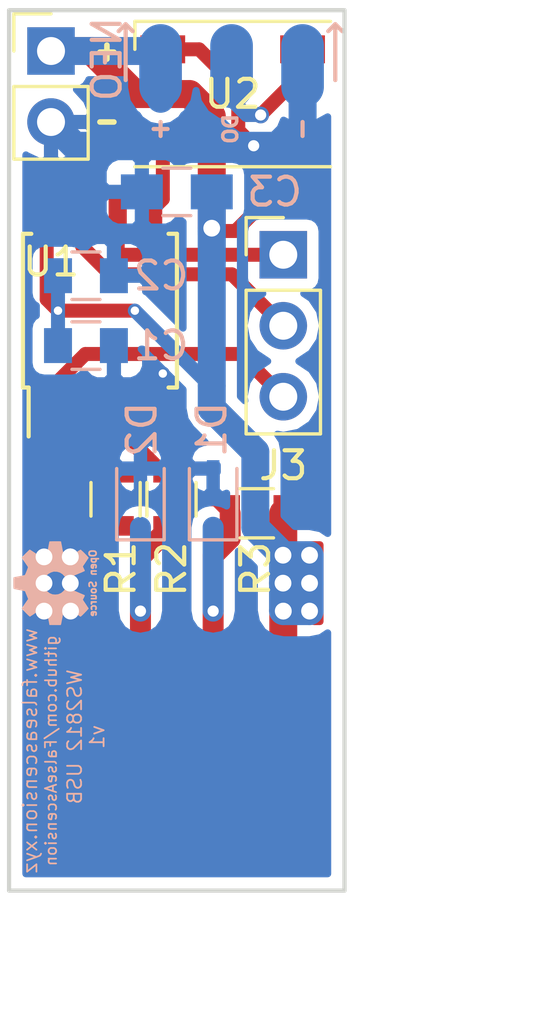
<source format=kicad_pcb>
(kicad_pcb (version 4) (host pcbnew 4.0.7)

  (general
    (links 29)
    (no_connects 0)
    (area 14.474999 12.525 37.85 52.700001)
    (thickness 1.6)
    (drawings 10)
    (tracks 126)
    (zones 0)
    (modules 15)
    (nets 12)
  )

  (page A4)
  (layers
    (0 F.Cu signal)
    (31 B.Cu signal)
    (32 B.Adhes user)
    (33 F.Adhes user)
    (34 B.Paste user)
    (35 F.Paste user)
    (36 B.SilkS user)
    (37 F.SilkS user)
    (38 B.Mask user)
    (39 F.Mask user)
    (40 Dwgs.User user)
    (41 Cmts.User user)
    (42 Eco1.User user)
    (43 Eco2.User user)
    (44 Edge.Cuts user)
    (45 Margin user)
    (46 B.CrtYd user)
    (47 F.CrtYd user)
    (48 B.Fab user)
    (49 F.Fab user hide)
  )

  (setup
    (last_trace_width 1)
    (user_trace_width 0.5)
    (user_trace_width 0.75)
    (user_trace_width 1)
    (trace_clearance 0.2)
    (zone_clearance 0.4)
    (zone_45_only no)
    (trace_min 0.2)
    (segment_width 0.2)
    (edge_width 0.15)
    (via_size 0.6)
    (via_drill 0.4)
    (via_min_size 0.4)
    (via_min_drill 0.3)
    (user_via 0.5 0.3)
    (user_via 0.8 0.6)
    (uvia_size 0.3)
    (uvia_drill 0.1)
    (uvias_allowed no)
    (uvia_min_size 0.2)
    (uvia_min_drill 0.1)
    (pcb_text_width 0.3)
    (pcb_text_size 1.5 1.5)
    (mod_edge_width 0.15)
    (mod_text_size 1 1)
    (mod_text_width 0.15)
    (pad_size 1.5 1.25)
    (pad_drill 0)
    (pad_to_mask_clearance 0.2)
    (aux_axis_origin 12 12)
    (visible_elements FFFFFF7F)
    (pcbplotparams
      (layerselection 0x010f0_80000001)
      (usegerberextensions true)
      (excludeedgelayer true)
      (linewidth 0.100000)
      (plotframeref false)
      (viasonmask false)
      (mode 1)
      (useauxorigin false)
      (hpglpennumber 1)
      (hpglpenspeed 20)
      (hpglpendiameter 15)
      (hpglpenoverlay 2)
      (psnegative false)
      (psa4output false)
      (plotreference true)
      (plotvalue true)
      (plotinvisibletext false)
      (padsonsilk false)
      (subtractmaskfromsilk false)
      (outputformat 1)
      (mirror false)
      (drillshape 0)
      (scaleselection 1)
      (outputdirectory gerbers))
  )

  (net 0 "")
  (net 1 +5V)
  (net 2 GND)
  (net 3 "Net-(D1-Pad1)")
  (net 4 "Net-(D2-Pad1)")
  (net 5 /NEO_O)
  (net 6 /PB1)
  (net 7 /PB4)
  (net 8 /PB5)
  (net 9 "Net-(R1-Pad1)")
  (net 10 "Net-(R2-Pad1)")
  (net 11 /NEO_I)

  (net_class Default "This is the default net class."
    (clearance 0.2)
    (trace_width 0.25)
    (via_dia 0.6)
    (via_drill 0.4)
    (uvia_dia 0.3)
    (uvia_drill 0.1)
    (add_net +5V)
    (add_net /NEO_I)
    (add_net /NEO_O)
    (add_net /PB1)
    (add_net /PB4)
    (add_net /PB5)
    (add_net GND)
    (add_net "Net-(D1-Pad1)")
    (add_net "Net-(D2-Pad1)")
    (add_net "Net-(R1-Pad1)")
    (add_net "Net-(R2-Pad1)")
  )

  (module Housings_SOIC:SOIJ-8_5.3x5.3mm_Pitch1.27mm (layer F.Cu) (tedit 58CC8F64) (tstamp 5A455F9D)
    (at 18.25 25.25 90)
    (descr "8-Lead Plastic Small Outline (SM) - Medium, 5.28 mm Body [SOIC] (see Microchip Packaging Specification 00000049BS.pdf)")
    (tags "SOIC 1.27")
    (path /5A454FA9)
    (attr smd)
    (fp_text reference U1 (at 1.75 -1.75 180) (layer F.SilkS)
      (effects (font (size 1 1) (thickness 0.15)))
    )
    (fp_text value ATTINY85-20PU (at 0 3.68 90) (layer F.Fab)
      (effects (font (size 1 1) (thickness 0.15)))
    )
    (fp_text user %R (at 0 0 90) (layer F.Fab)
      (effects (font (size 1 1) (thickness 0.15)))
    )
    (fp_line (start -1.65 -2.65) (end 2.65 -2.65) (layer F.Fab) (width 0.15))
    (fp_line (start 2.65 -2.65) (end 2.65 2.65) (layer F.Fab) (width 0.15))
    (fp_line (start 2.65 2.65) (end -2.65 2.65) (layer F.Fab) (width 0.15))
    (fp_line (start -2.65 2.65) (end -2.65 -1.65) (layer F.Fab) (width 0.15))
    (fp_line (start -2.65 -1.65) (end -1.65 -2.65) (layer F.Fab) (width 0.15))
    (fp_line (start -4.75 -2.95) (end -4.75 2.95) (layer F.CrtYd) (width 0.05))
    (fp_line (start 4.75 -2.95) (end 4.75 2.95) (layer F.CrtYd) (width 0.05))
    (fp_line (start -4.75 -2.95) (end 4.75 -2.95) (layer F.CrtYd) (width 0.05))
    (fp_line (start -4.75 2.95) (end 4.75 2.95) (layer F.CrtYd) (width 0.05))
    (fp_line (start -2.75 -2.755) (end -2.75 -2.55) (layer F.SilkS) (width 0.15))
    (fp_line (start 2.75 -2.755) (end 2.75 -2.455) (layer F.SilkS) (width 0.15))
    (fp_line (start 2.75 2.755) (end 2.75 2.455) (layer F.SilkS) (width 0.15))
    (fp_line (start -2.75 2.755) (end -2.75 2.455) (layer F.SilkS) (width 0.15))
    (fp_line (start -2.75 -2.755) (end 2.75 -2.755) (layer F.SilkS) (width 0.15))
    (fp_line (start -2.75 2.755) (end 2.75 2.755) (layer F.SilkS) (width 0.15))
    (fp_line (start -2.75 -2.55) (end -4.5 -2.55) (layer F.SilkS) (width 0.15))
    (pad 1 smd rect (at -3.65 -1.905 90) (size 1.7 0.65) (layers F.Cu F.Paste F.Mask)
      (net 8 /PB5))
    (pad 2 smd rect (at -3.65 -0.635 90) (size 1.7 0.65) (layers F.Cu F.Paste F.Mask)
      (net 9 "Net-(R1-Pad1)"))
    (pad 3 smd rect (at -3.65 0.635 90) (size 1.7 0.65) (layers F.Cu F.Paste F.Mask)
      (net 10 "Net-(R2-Pad1)"))
    (pad 4 smd rect (at -3.65 1.905 90) (size 1.7 0.65) (layers F.Cu F.Paste F.Mask)
      (net 2 GND))
    (pad 5 smd rect (at 3.65 1.905 90) (size 1.7 0.65) (layers F.Cu F.Paste F.Mask)
      (net 11 /NEO_I))
    (pad 6 smd rect (at 3.65 0.635 90) (size 1.7 0.65) (layers F.Cu F.Paste F.Mask)
      (net 6 /PB1))
    (pad 7 smd rect (at 3.65 -0.635 90) (size 1.7 0.65) (layers F.Cu F.Paste F.Mask)
      (net 7 /PB4))
    (pad 8 smd rect (at 3.65 -1.905 90) (size 1.7 0.65) (layers F.Cu F.Paste F.Mask)
      (net 1 +5V))
    (model ${KISYS3DMOD}/Housings_SOIC.3dshapes/SOIJ-8_5.3x5.3mm_Pitch1.27mm.wrl
      (at (xyz 0 0 0))
      (scale (xyz 1 1 1))
      (rotate (xyz 0 0 0))
    )
  )

  (module Misc-connectors:usb-PCB (layer F.Cu) (tedit 5A456345) (tstamp 5A455F6B)
    (at 21 45.9)
    (path /5A4556B1)
    (attr virtual)
    (fp_text reference J1 (at 0.13 -7.85) (layer F.SilkS) hide
      (effects (font (size 1.5 1.5) (thickness 0.15)))
    )
    (fp_text value USB (at 0.29 -10.13) (layer F.SilkS) hide
      (effects (font (size 1.5 1.5) (thickness 0.15)))
    )
    (fp_line (start 6.03 0) (end 6.03 -12) (layer Dwgs.User) (width 0.15))
    (fp_line (start 6.03 0) (end -6.03 0) (layer Dwgs.User) (width 0.15))
    (fp_line (start -6.03 0) (end -6.03 -12) (layer Dwgs.User) (width 0.15))
    (pad 1 connect rect (at 3.81 -4.9) (size 1.9 8) (layers F.Cu F.Mask)
      (net 1 +5V))
    (pad 4 connect rect (at -3.81 -4.9) (size 1.9 8) (layers F.Cu F.Mask)
      (net 2 GND))
    (pad 3 connect rect (at -1.3 -5.15) (size 2 7.5) (layers F.Cu F.Mask)
      (net 4 "Net-(D2-Pad1)"))
    (pad 2 connect rect (at 1.3 -5.15) (size 2 7.5) (layers F.Cu F.Mask)
      (net 3 "Net-(D1-Pad1)"))
  )

  (module Pin_Headers:Pin_Header_Straight_1x03_Pitch2.54mm (layer F.Cu) (tedit 59650532) (tstamp 5A455F79)
    (at 24.81 23.25)
    (descr "Through hole straight pin header, 1x03, 2.54mm pitch, single row")
    (tags "Through hole pin header THT 1x03 2.54mm single row")
    (path /5A457EBB)
    (fp_text reference J3 (at 0 7.54) (layer F.SilkS)
      (effects (font (size 1 1) (thickness 0.15)))
    )
    (fp_text value GPIO (at 0 7.41) (layer F.Fab)
      (effects (font (size 1 1) (thickness 0.15)))
    )
    (fp_line (start -0.635 -1.27) (end 1.27 -1.27) (layer F.Fab) (width 0.1))
    (fp_line (start 1.27 -1.27) (end 1.27 6.35) (layer F.Fab) (width 0.1))
    (fp_line (start 1.27 6.35) (end -1.27 6.35) (layer F.Fab) (width 0.1))
    (fp_line (start -1.27 6.35) (end -1.27 -0.635) (layer F.Fab) (width 0.1))
    (fp_line (start -1.27 -0.635) (end -0.635 -1.27) (layer F.Fab) (width 0.1))
    (fp_line (start -1.33 6.41) (end 1.33 6.41) (layer F.SilkS) (width 0.12))
    (fp_line (start -1.33 1.27) (end -1.33 6.41) (layer F.SilkS) (width 0.12))
    (fp_line (start 1.33 1.27) (end 1.33 6.41) (layer F.SilkS) (width 0.12))
    (fp_line (start -1.33 1.27) (end 1.33 1.27) (layer F.SilkS) (width 0.12))
    (fp_line (start -1.33 0) (end -1.33 -1.33) (layer F.SilkS) (width 0.12))
    (fp_line (start -1.33 -1.33) (end 0 -1.33) (layer F.SilkS) (width 0.12))
    (fp_line (start -1.8 -1.8) (end -1.8 6.85) (layer F.CrtYd) (width 0.05))
    (fp_line (start -1.8 6.85) (end 1.8 6.85) (layer F.CrtYd) (width 0.05))
    (fp_line (start 1.8 6.85) (end 1.8 -1.8) (layer F.CrtYd) (width 0.05))
    (fp_line (start 1.8 -1.8) (end -1.8 -1.8) (layer F.CrtYd) (width 0.05))
    (fp_text user %R (at 0 2.54 90) (layer F.Fab)
      (effects (font (size 1 1) (thickness 0.15)))
    )
    (pad 1 thru_hole rect (at 0 0) (size 1.7 1.7) (drill 1) (layers *.Cu *.Mask)
      (net 6 /PB1))
    (pad 2 thru_hole oval (at 0 2.54) (size 1.7 1.7) (drill 1) (layers *.Cu *.Mask)
      (net 7 /PB4))
    (pad 3 thru_hole oval (at 0 5.08) (size 1.7 1.7) (drill 1) (layers *.Cu *.Mask)
      (net 8 /PB5))
    (model ${KISYS3DMOD}/Pin_Headers.3dshapes/Pin_Header_Straight_1x03_Pitch2.54mm.wrl
      (at (xyz 0 0 0))
      (scale (xyz 1 1 1))
      (rotate (xyz 0 0 0))
    )
  )

  (module Capacitors_SMD:C_0805_HandSoldering (layer B.Cu) (tedit 5A456AB2) (tstamp 5A455F57)
    (at 21 21)
    (descr "Capacitor SMD 0805, hand soldering")
    (tags "capacitor 0805")
    (path /5A456F07)
    (attr smd)
    (fp_text reference C3 (at 3.5 0) (layer B.SilkS)
      (effects (font (size 1 1) (thickness 0.15)) (justify mirror))
    )
    (fp_text value 0.1uF (at 0 0) (layer B.Fab)
      (effects (font (size 1 1) (thickness 0.15)) (justify mirror))
    )
    (fp_text user %R (at 3.5 0) (layer B.Fab)
      (effects (font (size 1 1) (thickness 0.15)) (justify mirror))
    )
    (fp_line (start -1 -0.62) (end -1 0.62) (layer B.Fab) (width 0.1))
    (fp_line (start 1 -0.62) (end -1 -0.62) (layer B.Fab) (width 0.1))
    (fp_line (start 1 0.62) (end 1 -0.62) (layer B.Fab) (width 0.1))
    (fp_line (start -1 0.62) (end 1 0.62) (layer B.Fab) (width 0.1))
    (fp_line (start 0.5 0.85) (end -0.5 0.85) (layer B.SilkS) (width 0.12))
    (fp_line (start -0.5 -0.85) (end 0.5 -0.85) (layer B.SilkS) (width 0.12))
    (fp_line (start -2.25 0.88) (end 2.25 0.88) (layer B.CrtYd) (width 0.05))
    (fp_line (start -2.25 0.88) (end -2.25 -0.87) (layer B.CrtYd) (width 0.05))
    (fp_line (start 2.25 -0.87) (end 2.25 0.88) (layer B.CrtYd) (width 0.05))
    (fp_line (start 2.25 -0.87) (end -2.25 -0.87) (layer B.CrtYd) (width 0.05))
    (pad 1 smd rect (at -1.25 0) (size 1.5 1.25) (layers B.Cu B.Paste B.Mask)
      (net 2 GND))
    (pad 2 smd rect (at 1.25 0) (size 1.5 1.25) (layers B.Cu B.Paste B.Mask)
      (net 1 +5V))
    (model Capacitors_SMD.3dshapes/C_0805.wrl
      (at (xyz 0 0 0))
      (scale (xyz 1 1 1))
      (rotate (xyz 0 0 0))
    )
  )

  (module LEDs:LED_WS2812B-PLCC4 (layer F.Cu) (tedit 587A6D9E) (tstamp 5A455FA5)
    (at 23 17.5 180)
    (descr http://www.world-semi.com/uploads/soft/150522/1-150522091P5.pdf)
    (tags "LED NeoPixel")
    (path /5A456A14)
    (attr smd)
    (fp_text reference U2 (at 0 0 180) (layer F.SilkS)
      (effects (font (size 1 1) (thickness 0.15)))
    )
    (fp_text value WS2812B (at 0 4 180) (layer F.Fab)
      (effects (font (size 1 1) (thickness 0.15)))
    )
    (fp_line (start 3.75 -2.85) (end -3.75 -2.85) (layer F.CrtYd) (width 0.05))
    (fp_line (start 3.75 2.85) (end 3.75 -2.85) (layer F.CrtYd) (width 0.05))
    (fp_line (start -3.75 2.85) (end 3.75 2.85) (layer F.CrtYd) (width 0.05))
    (fp_line (start -3.75 -2.85) (end -3.75 2.85) (layer F.CrtYd) (width 0.05))
    (fp_line (start 2.5 1.5) (end 1.5 2.5) (layer F.Fab) (width 0.1))
    (fp_line (start -2.5 -2.5) (end -2.5 2.5) (layer F.Fab) (width 0.1))
    (fp_line (start -2.5 2.5) (end 2.5 2.5) (layer F.Fab) (width 0.1))
    (fp_line (start 2.5 2.5) (end 2.5 -2.5) (layer F.Fab) (width 0.1))
    (fp_line (start 2.5 -2.5) (end -2.5 -2.5) (layer F.Fab) (width 0.1))
    (fp_line (start -3.5 -2.6) (end 3.5 -2.6) (layer F.SilkS) (width 0.12))
    (fp_line (start -3.5 2.6) (end 3.5 2.6) (layer F.SilkS) (width 0.12))
    (fp_line (start 3.5 2.6) (end 3.5 1.6) (layer F.SilkS) (width 0.12))
    (fp_circle (center 0 0) (end 0 -2) (layer F.Fab) (width 0.1))
    (pad 3 smd rect (at 2.5 1.6 180) (size 1.6 1) (layers F.Cu F.Paste F.Mask)
      (net 2 GND))
    (pad 4 smd rect (at 2.5 -1.6 180) (size 1.6 1) (layers F.Cu F.Paste F.Mask)
      (net 11 /NEO_I))
    (pad 2 smd rect (at -2.5 1.6 180) (size 1.6 1) (layers F.Cu F.Paste F.Mask)
      (net 5 /NEO_O))
    (pad 1 smd rect (at -2.5 -1.6 180) (size 1.6 1) (layers F.Cu F.Paste F.Mask)
      (net 1 +5V))
    (model ${KISYS3DMOD}/LEDs.3dshapes/LED_WS2812B-PLCC4.wrl
      (at (xyz 0 0 0))
      (scale (xyz 0.39 0.39 0.39))
      (rotate (xyz 0 0 180))
    )
  )

  (module Resistors_SMD:R_0805 (layer F.Cu) (tedit 58E0A804) (tstamp 5A455F85)
    (at 18.81 32 270)
    (descr "Resistor SMD 0805, reflow soldering, Vishay (see dcrcw.pdf)")
    (tags "resistor 0805")
    (path /5A45517E)
    (attr smd)
    (fp_text reference R1 (at 2.5 -0.19 270) (layer F.SilkS)
      (effects (font (size 1 1) (thickness 0.15)))
    )
    (fp_text value 68R (at 0 1.75 270) (layer F.Fab)
      (effects (font (size 1 1) (thickness 0.15)))
    )
    (fp_text user %R (at 0 0 270) (layer F.Fab)
      (effects (font (size 0.5 0.5) (thickness 0.075)))
    )
    (fp_line (start -1 0.62) (end -1 -0.62) (layer F.Fab) (width 0.1))
    (fp_line (start 1 0.62) (end -1 0.62) (layer F.Fab) (width 0.1))
    (fp_line (start 1 -0.62) (end 1 0.62) (layer F.Fab) (width 0.1))
    (fp_line (start -1 -0.62) (end 1 -0.62) (layer F.Fab) (width 0.1))
    (fp_line (start 0.6 0.88) (end -0.6 0.88) (layer F.SilkS) (width 0.12))
    (fp_line (start -0.6 -0.88) (end 0.6 -0.88) (layer F.SilkS) (width 0.12))
    (fp_line (start -1.55 -0.9) (end 1.55 -0.9) (layer F.CrtYd) (width 0.05))
    (fp_line (start -1.55 -0.9) (end -1.55 0.9) (layer F.CrtYd) (width 0.05))
    (fp_line (start 1.55 0.9) (end 1.55 -0.9) (layer F.CrtYd) (width 0.05))
    (fp_line (start 1.55 0.9) (end -1.55 0.9) (layer F.CrtYd) (width 0.05))
    (pad 1 smd rect (at -0.95 0 270) (size 0.7 1.3) (layers F.Cu F.Paste F.Mask)
      (net 9 "Net-(R1-Pad1)"))
    (pad 2 smd rect (at 0.95 0 270) (size 0.7 1.3) (layers F.Cu F.Paste F.Mask)
      (net 3 "Net-(D1-Pad1)"))
    (model ${KISYS3DMOD}/Resistors_SMD.3dshapes/R_0805.wrl
      (at (xyz 0 0 0))
      (scale (xyz 1 1 1))
      (rotate (xyz 0 0 0))
    )
  )

  (module Resistors_SMD:R_0805 (layer F.Cu) (tedit 58E0A804) (tstamp 5A455F8B)
    (at 20.81 32 270)
    (descr "Resistor SMD 0805, reflow soldering, Vishay (see dcrcw.pdf)")
    (tags "resistor 0805")
    (path /5A45524D)
    (attr smd)
    (fp_text reference R2 (at 2.5 0 270) (layer F.SilkS)
      (effects (font (size 1 1) (thickness 0.15)))
    )
    (fp_text value 68R (at 0 1.75 270) (layer F.Fab)
      (effects (font (size 1 1) (thickness 0.15)))
    )
    (fp_text user %R (at 0 0 270) (layer F.Fab)
      (effects (font (size 0.5 0.5) (thickness 0.075)))
    )
    (fp_line (start -1 0.62) (end -1 -0.62) (layer F.Fab) (width 0.1))
    (fp_line (start 1 0.62) (end -1 0.62) (layer F.Fab) (width 0.1))
    (fp_line (start 1 -0.62) (end 1 0.62) (layer F.Fab) (width 0.1))
    (fp_line (start -1 -0.62) (end 1 -0.62) (layer F.Fab) (width 0.1))
    (fp_line (start 0.6 0.88) (end -0.6 0.88) (layer F.SilkS) (width 0.12))
    (fp_line (start -0.6 -0.88) (end 0.6 -0.88) (layer F.SilkS) (width 0.12))
    (fp_line (start -1.55 -0.9) (end 1.55 -0.9) (layer F.CrtYd) (width 0.05))
    (fp_line (start -1.55 -0.9) (end -1.55 0.9) (layer F.CrtYd) (width 0.05))
    (fp_line (start 1.55 0.9) (end 1.55 -0.9) (layer F.CrtYd) (width 0.05))
    (fp_line (start 1.55 0.9) (end -1.55 0.9) (layer F.CrtYd) (width 0.05))
    (pad 1 smd rect (at -0.95 0 270) (size 0.7 1.3) (layers F.Cu F.Paste F.Mask)
      (net 10 "Net-(R2-Pad1)"))
    (pad 2 smd rect (at 0.95 0 270) (size 0.7 1.3) (layers F.Cu F.Paste F.Mask)
      (net 4 "Net-(D2-Pad1)"))
    (model ${KISYS3DMOD}/Resistors_SMD.3dshapes/R_0805.wrl
      (at (xyz 0 0 0))
      (scale (xyz 1 1 1))
      (rotate (xyz 0 0 0))
    )
  )

  (module Capacitors_SMD:C_0805 (layer B.Cu) (tedit 58AA8463) (tstamp 5A455F4B)
    (at 17.75 26.5)
    (descr "Capacitor SMD 0805, reflow soldering, AVX (see smccp.pdf)")
    (tags "capacitor 0805")
    (path /5A456015)
    (attr smd)
    (fp_text reference C1 (at 2.69 0) (layer B.SilkS)
      (effects (font (size 1 1) (thickness 0.15)) (justify mirror))
    )
    (fp_text value 0.1uF (at 0.19 0) (layer B.Fab)
      (effects (font (size 1 1) (thickness 0.15)) (justify mirror))
    )
    (fp_text user %R (at 2.69 0) (layer B.Fab)
      (effects (font (size 1 1) (thickness 0.15)) (justify mirror))
    )
    (fp_line (start -1 -0.62) (end -1 0.62) (layer B.Fab) (width 0.1))
    (fp_line (start 1 -0.62) (end -1 -0.62) (layer B.Fab) (width 0.1))
    (fp_line (start 1 0.62) (end 1 -0.62) (layer B.Fab) (width 0.1))
    (fp_line (start -1 0.62) (end 1 0.62) (layer B.Fab) (width 0.1))
    (fp_line (start 0.5 0.85) (end -0.5 0.85) (layer B.SilkS) (width 0.12))
    (fp_line (start -0.5 -0.85) (end 0.5 -0.85) (layer B.SilkS) (width 0.12))
    (fp_line (start -1.75 0.88) (end 1.75 0.88) (layer B.CrtYd) (width 0.05))
    (fp_line (start -1.75 0.88) (end -1.75 -0.87) (layer B.CrtYd) (width 0.05))
    (fp_line (start 1.75 -0.87) (end 1.75 0.88) (layer B.CrtYd) (width 0.05))
    (fp_line (start 1.75 -0.87) (end -1.75 -0.87) (layer B.CrtYd) (width 0.05))
    (pad 1 smd rect (at -1 0) (size 1 1.25) (layers B.Cu B.Paste B.Mask)
      (net 1 +5V))
    (pad 2 smd rect (at 1 0) (size 1 1.25) (layers B.Cu B.Paste B.Mask)
      (net 2 GND))
    (model Capacitors_SMD.3dshapes/C_0805.wrl
      (at (xyz 0 0 0))
      (scale (xyz 1 1 1))
      (rotate (xyz 0 0 0))
    )
  )

  (module Capacitors_SMD:C_0805 (layer B.Cu) (tedit 5A456CFE) (tstamp 5A455F51)
    (at 17.75 24)
    (descr "Capacitor SMD 0805, reflow soldering, AVX (see smccp.pdf)")
    (tags "capacitor 0805")
    (path /5A456084)
    (attr smd)
    (fp_text reference C2 (at 2.69 0) (layer B.SilkS)
      (effects (font (size 1 1) (thickness 0.15)) (justify mirror))
    )
    (fp_text value 10uF (at 0.19 0) (layer B.Fab)
      (effects (font (size 1 1) (thickness 0.15)) (justify mirror))
    )
    (fp_text user %R (at 2.69 0) (layer B.Fab)
      (effects (font (size 1 1) (thickness 0.15)) (justify mirror))
    )
    (fp_line (start -1 -0.62) (end -1 0.62) (layer B.Fab) (width 0.1))
    (fp_line (start 1 -0.62) (end -1 -0.62) (layer B.Fab) (width 0.1))
    (fp_line (start 1 0.62) (end 1 -0.62) (layer B.Fab) (width 0.1))
    (fp_line (start -1 0.62) (end 1 0.62) (layer B.Fab) (width 0.1))
    (fp_line (start 0.5 0.85) (end -0.5 0.85) (layer B.SilkS) (width 0.12))
    (fp_line (start -0.5 -0.85) (end 0.5 -0.85) (layer B.SilkS) (width 0.12))
    (fp_line (start -1.75 0.88) (end 1.75 0.88) (layer B.CrtYd) (width 0.05))
    (fp_line (start -1.75 0.88) (end -1.75 -0.87) (layer B.CrtYd) (width 0.05))
    (fp_line (start 1.75 -0.87) (end 1.75 0.88) (layer B.CrtYd) (width 0.05))
    (fp_line (start 1.75 -0.87) (end -1.75 -0.87) (layer B.CrtYd) (width 0.05))
    (pad 1 smd rect (at -1 0) (size 1 1.25) (layers B.Cu B.Paste B.Mask)
      (net 1 +5V))
    (pad 2 smd rect (at 1 0) (size 1 1.25) (layers B.Cu B.Paste B.Mask)
      (net 2 GND))
    (model Capacitors_SMD.3dshapes/C_0805.wrl
      (at (xyz 0 0 0))
      (scale (xyz 1 1 1))
      (rotate (xyz 0 0 0))
    )
  )

  (module Resistors_SMD:R_0805 (layer F.Cu) (tedit 58E0A804) (tstamp 5A455F91)
    (at 23.86 32.5 180)
    (descr "Resistor SMD 0805, reflow soldering, Vishay (see dcrcw.pdf)")
    (tags "resistor 0805")
    (path /5A455EC5)
    (attr smd)
    (fp_text reference R3 (at 0.05 -2 270) (layer F.SilkS)
      (effects (font (size 1 1) (thickness 0.15)))
    )
    (fp_text value 1K5 (at 0 1.75 180) (layer F.Fab)
      (effects (font (size 1 1) (thickness 0.15)))
    )
    (fp_text user %R (at 0 0 180) (layer F.Fab)
      (effects (font (size 0.5 0.5) (thickness 0.075)))
    )
    (fp_line (start -1 0.62) (end -1 -0.62) (layer F.Fab) (width 0.1))
    (fp_line (start 1 0.62) (end -1 0.62) (layer F.Fab) (width 0.1))
    (fp_line (start 1 -0.62) (end 1 0.62) (layer F.Fab) (width 0.1))
    (fp_line (start -1 -0.62) (end 1 -0.62) (layer F.Fab) (width 0.1))
    (fp_line (start 0.6 0.88) (end -0.6 0.88) (layer F.SilkS) (width 0.12))
    (fp_line (start -0.6 -0.88) (end 0.6 -0.88) (layer F.SilkS) (width 0.12))
    (fp_line (start -1.55 -0.9) (end 1.55 -0.9) (layer F.CrtYd) (width 0.05))
    (fp_line (start -1.55 -0.9) (end -1.55 0.9) (layer F.CrtYd) (width 0.05))
    (fp_line (start 1.55 0.9) (end 1.55 -0.9) (layer F.CrtYd) (width 0.05))
    (fp_line (start 1.55 0.9) (end -1.55 0.9) (layer F.CrtYd) (width 0.05))
    (pad 1 smd rect (at -0.95 0 180) (size 0.7 1.3) (layers F.Cu F.Paste F.Mask)
      (net 1 +5V))
    (pad 2 smd rect (at 0.95 0 180) (size 0.7 1.3) (layers F.Cu F.Paste F.Mask)
      (net 3 "Net-(D1-Pad1)"))
    (model ${KISYS3DMOD}/Resistors_SMD.3dshapes/R_0805.wrl
      (at (xyz 0 0 0))
      (scale (xyz 1 1 1))
      (rotate (xyz 0 0 0))
    )
  )

  (module Diodes_SMD:D_SOD-323 (layer B.Cu) (tedit 58641739) (tstamp 5A455F5D)
    (at 22.3 31.95 90)
    (descr SOD-323)
    (tags SOD-323)
    (path /5A45527B)
    (attr smd)
    (fp_text reference D1 (at 2.45 -0.05 90) (layer B.SilkS)
      (effects (font (size 1 1) (thickness 0.15)) (justify mirror))
    )
    (fp_text value "3.6V Zener" (at -0.05 -4.55 90) (layer B.Fab)
      (effects (font (size 1 1) (thickness 0.15)) (justify mirror))
    )
    (fp_text user %R (at 2.45 -0.05 90) (layer B.Fab)
      (effects (font (size 1 1) (thickness 0.15)) (justify mirror))
    )
    (fp_line (start -1.5 0.85) (end -1.5 -0.85) (layer B.SilkS) (width 0.12))
    (fp_line (start 0.2 0) (end 0.45 0) (layer B.Fab) (width 0.1))
    (fp_line (start 0.2 -0.35) (end -0.3 0) (layer B.Fab) (width 0.1))
    (fp_line (start 0.2 0.35) (end 0.2 -0.35) (layer B.Fab) (width 0.1))
    (fp_line (start -0.3 0) (end 0.2 0.35) (layer B.Fab) (width 0.1))
    (fp_line (start -0.3 0) (end -0.5 0) (layer B.Fab) (width 0.1))
    (fp_line (start -0.3 0.35) (end -0.3 -0.35) (layer B.Fab) (width 0.1))
    (fp_line (start -0.9 -0.7) (end -0.9 0.7) (layer B.Fab) (width 0.1))
    (fp_line (start 0.9 -0.7) (end -0.9 -0.7) (layer B.Fab) (width 0.1))
    (fp_line (start 0.9 0.7) (end 0.9 -0.7) (layer B.Fab) (width 0.1))
    (fp_line (start -0.9 0.7) (end 0.9 0.7) (layer B.Fab) (width 0.1))
    (fp_line (start -1.6 0.95) (end 1.6 0.95) (layer B.CrtYd) (width 0.05))
    (fp_line (start 1.6 0.95) (end 1.6 -0.95) (layer B.CrtYd) (width 0.05))
    (fp_line (start -1.6 -0.95) (end 1.6 -0.95) (layer B.CrtYd) (width 0.05))
    (fp_line (start -1.6 0.95) (end -1.6 -0.95) (layer B.CrtYd) (width 0.05))
    (fp_line (start -1.5 -0.85) (end 1.05 -0.85) (layer B.SilkS) (width 0.12))
    (fp_line (start -1.5 0.85) (end 1.05 0.85) (layer B.SilkS) (width 0.12))
    (pad 1 smd rect (at -1.05 0 90) (size 0.6 0.45) (layers B.Cu B.Paste B.Mask)
      (net 3 "Net-(D1-Pad1)"))
    (pad 2 smd rect (at 1.05 0 90) (size 0.6 0.45) (layers B.Cu B.Paste B.Mask)
      (net 2 GND))
    (model ${KISYS3DMOD}/Diodes_SMD.3dshapes/D_SOD-323.wrl
      (at (xyz 0 0 0))
      (scale (xyz 1 1 1))
      (rotate (xyz 0 0 0))
    )
  )

  (module Diodes_SMD:D_SOD-323 (layer B.Cu) (tedit 58641739) (tstamp 5A455F63)
    (at 19.7 31.95 90)
    (descr SOD-323)
    (tags SOD-323)
    (path /5A45540D)
    (attr smd)
    (fp_text reference D2 (at 2.45 0.05 90) (layer B.SilkS)
      (effects (font (size 1 1) (thickness 0.15)) (justify mirror))
    )
    (fp_text value "3.6V Zener" (at 0.1 -1.9 90) (layer B.Fab)
      (effects (font (size 1 1) (thickness 0.15)) (justify mirror))
    )
    (fp_text user %R (at 2.45 0.05 90) (layer B.Fab)
      (effects (font (size 1 1) (thickness 0.15)) (justify mirror))
    )
    (fp_line (start -1.5 0.85) (end -1.5 -0.85) (layer B.SilkS) (width 0.12))
    (fp_line (start 0.2 0) (end 0.45 0) (layer B.Fab) (width 0.1))
    (fp_line (start 0.2 -0.35) (end -0.3 0) (layer B.Fab) (width 0.1))
    (fp_line (start 0.2 0.35) (end 0.2 -0.35) (layer B.Fab) (width 0.1))
    (fp_line (start -0.3 0) (end 0.2 0.35) (layer B.Fab) (width 0.1))
    (fp_line (start -0.3 0) (end -0.5 0) (layer B.Fab) (width 0.1))
    (fp_line (start -0.3 0.35) (end -0.3 -0.35) (layer B.Fab) (width 0.1))
    (fp_line (start -0.9 -0.7) (end -0.9 0.7) (layer B.Fab) (width 0.1))
    (fp_line (start 0.9 -0.7) (end -0.9 -0.7) (layer B.Fab) (width 0.1))
    (fp_line (start 0.9 0.7) (end 0.9 -0.7) (layer B.Fab) (width 0.1))
    (fp_line (start -0.9 0.7) (end 0.9 0.7) (layer B.Fab) (width 0.1))
    (fp_line (start -1.6 0.95) (end 1.6 0.95) (layer B.CrtYd) (width 0.05))
    (fp_line (start 1.6 0.95) (end 1.6 -0.95) (layer B.CrtYd) (width 0.05))
    (fp_line (start -1.6 -0.95) (end 1.6 -0.95) (layer B.CrtYd) (width 0.05))
    (fp_line (start -1.6 0.95) (end -1.6 -0.95) (layer B.CrtYd) (width 0.05))
    (fp_line (start -1.5 -0.85) (end 1.05 -0.85) (layer B.SilkS) (width 0.12))
    (fp_line (start -1.5 0.85) (end 1.05 0.85) (layer B.SilkS) (width 0.12))
    (pad 1 smd rect (at -1.05 0 90) (size 0.6 0.45) (layers B.Cu B.Paste B.Mask)
      (net 4 "Net-(D2-Pad1)"))
    (pad 2 smd rect (at 1.05 0 90) (size 0.6 0.45) (layers B.Cu B.Paste B.Mask)
      (net 2 GND))
    (model ${KISYS3DMOD}/Diodes_SMD.3dshapes/D_SOD-323.wrl
      (at (xyz 0 0 0))
      (scale (xyz 1 1 1))
      (rotate (xyz 0 0 0))
    )
  )

  (module Misc_Footprints:FalseAscension_OSHW_Logo (layer B.Cu) (tedit 5A45B25E) (tstamp 5A45BF6C)
    (at 16.5 35 270)
    (fp_text reference G*** (at 0 -0.25 270) (layer B.SilkS) hide
      (effects (font (size 0.13462 0.13462) (thickness 0.0254)) (justify mirror))
    )
    (fp_text value OSHW_silkscreen-back_3mm (at 0 1.59004 270) (layer B.SilkS) hide
      (effects (font (size 0.13462 0.13462) (thickness 0.0254)) (justify mirror))
    )
    (fp_text user github.com/FalseAscension (at 6 0 270) (layer B.SilkS)
      (effects (font (size 0.4 0.4) (thickness 0.0625)) (justify mirror))
    )
    (fp_text user www.falseascension.xyz (at 6 0.75 270) (layer B.SilkS)
      (effects (font (size 0.5 0.5) (thickness 0.0625)) (justify mirror))
    )
    (fp_text user "Open Source" (at 0 -1.5 270) (layer B.SilkS)
      (effects (font (size 0.25 0.25) (thickness 0.0625)) (justify mirror))
    )
    (fp_poly (pts (xy 0.90932 -1.3462) (xy 0.89154 -1.33858) (xy 0.85852 -1.31572) (xy 0.80772 -1.2827)
      (xy 0.7493 -1.2446) (xy 0.68834 -1.20396) (xy 0.64008 -1.17094) (xy 0.60452 -1.14808)
      (xy 0.59182 -1.14046) (xy 0.5842 -1.143) (xy 0.55626 -1.15824) (xy 0.51562 -1.17856)
      (xy 0.49022 -1.19126) (xy 0.45212 -1.2065) (xy 0.43434 -1.21158) (xy 0.4318 -1.2065)
      (xy 0.41656 -1.17602) (xy 0.39624 -1.12776) (xy 0.3683 -1.06172) (xy 0.33528 -0.98552)
      (xy 0.29972 -0.90424) (xy 0.2667 -0.82042) (xy 0.23368 -0.74168) (xy 0.2032 -0.66802)
      (xy 0.18034 -0.6096) (xy 0.1651 -0.56896) (xy 0.15748 -0.55118) (xy 0.16002 -0.54864)
      (xy 0.1778 -0.53086) (xy 0.21082 -0.50546) (xy 0.28194 -0.44704) (xy 0.35306 -0.36068)
      (xy 0.39624 -0.26162) (xy 0.40894 -0.14986) (xy 0.39878 -0.04826) (xy 0.35814 0.04826)
      (xy 0.28956 0.13716) (xy 0.20574 0.2032) (xy 0.10922 0.24384) (xy 0 0.25654)
      (xy -0.10414 0.24638) (xy -0.2032 0.20574) (xy -0.2921 0.1397) (xy -0.3302 0.09652)
      (xy -0.381 0.00508) (xy -0.41148 -0.0889) (xy -0.41402 -0.11176) (xy -0.40894 -0.21844)
      (xy -0.37846 -0.32004) (xy -0.32258 -0.40894) (xy -0.24638 -0.4826) (xy -0.23622 -0.49022)
      (xy -0.20066 -0.51816) (xy -0.17526 -0.53594) (xy -0.15748 -0.55118) (xy -0.2921 -0.87376)
      (xy -0.31242 -0.92456) (xy -0.35052 -1.01346) (xy -0.381 -1.08966) (xy -0.40894 -1.15062)
      (xy -0.42672 -1.19126) (xy -0.43434 -1.2065) (xy -0.43434 -1.2065) (xy -0.44704 -1.20904)
      (xy -0.4699 -1.20142) (xy -0.51562 -1.17856) (xy -0.5461 -1.16332) (xy -0.57912 -1.14808)
      (xy -0.59436 -1.14046) (xy -0.6096 -1.14808) (xy -0.64262 -1.1684) (xy -0.68834 -1.20142)
      (xy -0.74676 -1.23952) (xy -0.80264 -1.27762) (xy -0.85344 -1.31064) (xy -0.889 -1.33604)
      (xy -0.90678 -1.34366) (xy -0.90932 -1.34366) (xy -0.9271 -1.33604) (xy -0.95504 -1.31064)
      (xy -0.99822 -1.27) (xy -1.06172 -1.20904) (xy -1.07188 -1.19888) (xy -1.12268 -1.14808)
      (xy -1.16332 -1.10236) (xy -1.19126 -1.07188) (xy -1.20142 -1.05918) (xy -1.20142 -1.05918)
      (xy -1.19126 -1.0414) (xy -1.1684 -1.0033) (xy -1.13538 -0.9525) (xy -1.09474 -0.89154)
      (xy -0.98806 -0.7366) (xy -1.04648 -0.59182) (xy -1.06426 -0.5461) (xy -1.08712 -0.49022)
      (xy -1.1049 -0.45212) (xy -1.11252 -0.43434) (xy -1.1303 -0.42926) (xy -1.1684 -0.4191)
      (xy -1.22682 -0.40894) (xy -1.29794 -0.39624) (xy -1.36398 -0.38354) (xy -1.4224 -0.37084)
      (xy -1.46558 -0.36322) (xy -1.4859 -0.36068) (xy -1.49098 -0.3556) (xy -1.49352 -0.34798)
      (xy -1.49606 -0.32766) (xy -1.4986 -0.28956) (xy -1.4986 -0.23368) (xy -1.4986 -0.14986)
      (xy -1.4986 -0.14224) (xy -1.4986 -0.0635) (xy -1.49606 0) (xy -1.49352 0.0381)
      (xy -1.49098 0.05588) (xy -1.49098 0.05588) (xy -1.4732 0.06096) (xy -1.43002 0.06858)
      (xy -1.3716 0.08128) (xy -1.30048 0.09398) (xy -1.2954 0.09398) (xy -1.22428 0.10922)
      (xy -1.16586 0.12192) (xy -1.12268 0.12954) (xy -1.1049 0.13716) (xy -1.10236 0.14224)
      (xy -1.08712 0.17018) (xy -1.0668 0.21336) (xy -1.04394 0.2667) (xy -1.02108 0.32258)
      (xy -1.00076 0.37338) (xy -0.98806 0.40894) (xy -0.98298 0.42672) (xy -0.98298 0.42672)
      (xy -0.99314 0.4445) (xy -1.01854 0.48006) (xy -1.0541 0.53086) (xy -1.09474 0.59182)
      (xy -1.09728 0.5969) (xy -1.13792 0.65786) (xy -1.17094 0.70866) (xy -1.1938 0.74422)
      (xy -1.20142 0.75946) (xy -1.20142 0.762) (xy -1.18872 0.77978) (xy -1.15824 0.8128)
      (xy -1.11252 0.85852) (xy -1.06172 0.91186) (xy -1.04394 0.9271) (xy -0.98552 0.98552)
      (xy -0.94488 1.02108) (xy -0.91948 1.0414) (xy -0.90932 1.04648) (xy -0.90678 1.04648)
      (xy -0.889 1.03632) (xy -0.8509 1.01092) (xy -0.8001 0.97536) (xy -0.73914 0.93472)
      (xy -0.7366 0.93218) (xy -0.67564 0.89154) (xy -0.62484 0.85598) (xy -0.58928 0.83312)
      (xy -0.57404 0.8255) (xy -0.5715 0.8255) (xy -0.54864 0.83058) (xy -0.50546 0.84582)
      (xy -0.45212 0.86614) (xy -0.39624 0.889) (xy -0.34544 0.90932) (xy -0.30988 0.9271)
      (xy -0.2921 0.93726) (xy -0.28956 0.93726) (xy -0.28448 0.96012) (xy -0.27432 1.00584)
      (xy -0.26162 1.0668) (xy -0.24638 1.14046) (xy -0.24384 1.15062) (xy -0.23114 1.22428)
      (xy -0.22098 1.2827) (xy -0.21082 1.32334) (xy -0.20828 1.34112) (xy -0.19812 1.34112)
      (xy -0.16256 1.34366) (xy -0.10922 1.3462) (xy -0.04318 1.3462) (xy 0.02286 1.3462)
      (xy 0.0889 1.3462) (xy 0.14478 1.34366) (xy 0.18542 1.34112) (xy 0.2032 1.33604)
      (xy 0.2032 1.33604) (xy 0.20828 1.31318) (xy 0.21844 1.27) (xy 0.23114 1.2065)
      (xy 0.24638 1.13284) (xy 0.24892 1.12014) (xy 0.26162 1.04902) (xy 0.27432 0.9906)
      (xy 0.28194 0.94996) (xy 0.28702 0.93472) (xy 0.2921 0.93218) (xy 0.32258 0.91694)
      (xy 0.37084 0.89916) (xy 0.42926 0.87376) (xy 0.56642 0.81788) (xy 0.73406 0.93472)
      (xy 0.7493 0.94488) (xy 0.81026 0.98552) (xy 0.86106 1.01854) (xy 0.89662 1.0414)
      (xy 0.90932 1.04902) (xy 0.91186 1.04902) (xy 0.9271 1.03378) (xy 0.96012 1.0033)
      (xy 1.00584 0.95758) (xy 1.05918 0.90678) (xy 1.09982 0.86614) (xy 1.14554 0.82042)
      (xy 1.17348 0.7874) (xy 1.19126 0.76708) (xy 1.19634 0.75438) (xy 1.1938 0.74676)
      (xy 1.18364 0.72898) (xy 1.15824 0.69342) (xy 1.12522 0.64008) (xy 1.08458 0.58166)
      (xy 1.04902 0.53086) (xy 1.01346 0.47498) (xy 0.9906 0.43434) (xy 0.98044 0.41656)
      (xy 0.98298 0.4064) (xy 0.99568 0.37338) (xy 1.016 0.32512) (xy 1.0414 0.26416)
      (xy 1.09982 0.13208) (xy 1.18618 0.1143) (xy 1.23952 0.10414) (xy 1.31318 0.09144)
      (xy 1.3843 0.0762) (xy 1.49606 0.05588) (xy 1.4986 -0.34798) (xy 1.48082 -0.3556)
      (xy 1.46558 -0.36068) (xy 1.42494 -0.37084) (xy 1.36652 -0.381) (xy 1.29794 -0.3937)
      (xy 1.23698 -0.4064) (xy 1.17856 -0.41656) (xy 1.13538 -0.42418) (xy 1.1176 -0.42926)
      (xy 1.11252 -0.43434) (xy 1.09728 -0.46482) (xy 1.07696 -0.51054) (xy 1.0541 -0.56388)
      (xy 1.0287 -0.6223) (xy 1.00838 -0.6731) (xy 0.99314 -0.71374) (xy 0.98806 -0.73406)
      (xy 0.99568 -0.7493) (xy 1.01854 -0.78486) (xy 1.05156 -0.83566) (xy 1.0922 -0.89408)
      (xy 1.13284 -0.9525) (xy 1.16586 -1.0033) (xy 1.19126 -1.03886) (xy 1.19888 -1.05664)
      (xy 1.1938 -1.0668) (xy 1.17094 -1.09474) (xy 1.12776 -1.14046) (xy 1.06172 -1.2065)
      (xy 1.04902 -1.21666) (xy 0.99822 -1.26746) (xy 0.9525 -1.3081) (xy 0.92202 -1.33604)
      (xy 0.90932 -1.3462)) (layer B.SilkS) (width 0.00254))
  )

  (module Pin_Headers:Pin_Header_Straight_1x02_Pitch2.54mm (layer F.Cu) (tedit 5A46CB6C) (tstamp 5A46C9A5)
    (at 16.5 15.96)
    (descr "Through hole straight pin header, 1x02, 2.54mm pitch, single row")
    (tags "Through hole pin header THT 1x02 2.54mm single row")
    (path /5A46CC40)
    (fp_text reference "" (at 2 1.29 90) (layer F.SilkS)
      (effects (font (size 1 1) (thickness 0.15)))
    )
    (fp_text value PWR (at 0 4.87) (layer F.Fab)
      (effects (font (size 1 1) (thickness 0.15)))
    )
    (fp_line (start -0.635 -1.27) (end 1.27 -1.27) (layer F.Fab) (width 0.1))
    (fp_line (start 1.27 -1.27) (end 1.27 3.81) (layer F.Fab) (width 0.1))
    (fp_line (start 1.27 3.81) (end -1.27 3.81) (layer F.Fab) (width 0.1))
    (fp_line (start -1.27 3.81) (end -1.27 -0.635) (layer F.Fab) (width 0.1))
    (fp_line (start -1.27 -0.635) (end -0.635 -1.27) (layer F.Fab) (width 0.1))
    (fp_line (start -1.33 3.87) (end 1.33 3.87) (layer F.SilkS) (width 0.12))
    (fp_line (start -1.33 1.27) (end -1.33 3.87) (layer F.SilkS) (width 0.12))
    (fp_line (start 1.33 1.27) (end 1.33 3.87) (layer F.SilkS) (width 0.12))
    (fp_line (start -1.33 1.27) (end 1.33 1.27) (layer F.SilkS) (width 0.12))
    (fp_line (start -1.33 0) (end -1.33 -1.33) (layer F.SilkS) (width 0.12))
    (fp_line (start -1.33 -1.33) (end 0 -1.33) (layer F.SilkS) (width 0.12))
    (fp_line (start -1.8 -1.8) (end -1.8 4.35) (layer F.CrtYd) (width 0.05))
    (fp_line (start -1.8 4.35) (end 1.8 4.35) (layer F.CrtYd) (width 0.05))
    (fp_line (start 1.8 4.35) (end 1.8 -1.8) (layer F.CrtYd) (width 0.05))
    (fp_line (start 1.8 -1.8) (end -1.8 -1.8) (layer F.CrtYd) (width 0.05))
    (fp_text user %R (at 0 1.27 90) (layer F.Fab)
      (effects (font (size 1 1) (thickness 0.15)))
    )
    (pad 1 thru_hole rect (at 0 0) (size 1.7 1.7) (drill 1) (layers *.Cu *.Mask)
      (net 1 +5V))
    (pad 2 thru_hole oval (at 0 2.54) (size 1.7 1.7) (drill 1) (layers *.Cu *.Mask)
      (net 2 GND))
    (model ${KISYS3DMOD}/Pin_Headers.3dshapes/Pin_Header_Straight_1x02_Pitch2.54mm.wrl
      (at (xyz 0 0 0))
      (scale (xyz 1 1 1))
      (rotate (xyz 0 0 0))
    )
  )

  (module Misc_Footprints:NEO (layer B.Cu) (tedit 5A46CBC9) (tstamp 5A455F72)
    (at 20.42 16.5 270)
    (path /5A4577F6)
    (fp_text reference J2 (at 0 -0.08 360) (layer B.Fab)
      (effects (font (size 1 1) (thickness 0.15)) (justify mirror))
    )
    (fp_text value NEO (at -0.25 1.92 270) (layer B.SilkS)
      (effects (font (size 1 1) (thickness 0.15)) (justify mirror))
    )
    (fp_line (start 2 -5.08) (end 2.5 -5.08) (layer B.SilkS) (width 0.15))
    (fp_line (start 2 0) (end 2.5 0) (layer B.SilkS) (width 0.15))
    (fp_line (start 2.25 0.25) (end 2.25 -0.25) (layer B.SilkS) (width 0.15))
    (fp_line (start -1.5 -6.25) (end 0.5 -6.25) (layer B.SilkS) (width 0.15))
    (fp_line (start -1.5 1.25) (end 0.5 1.25) (layer B.SilkS) (width 0.15))
    (fp_line (start -1.5 -6.25) (end -1.25 -6.5) (layer B.SilkS) (width 0.15))
    (fp_line (start -1.5 -6.25) (end -1.25 -6) (layer B.SilkS) (width 0.15))
    (fp_line (start -1.5 1.25) (end -1.25 1.5) (layer B.SilkS) (width 0.15))
    (fp_line (start -1.5 1.25) (end -1.25 1) (layer B.SilkS) (width 0.15))
    (fp_text user DO (at 2.25 -2.5 270) (layer B.SilkS)
      (effects (font (size 0.5 0.5) (thickness 0.125)) (justify mirror))
    )
    (pad 1 smd oval (at 0 0 270) (size 3 1.524) (layers B.Cu B.Paste B.Mask)
      (net 1 +5V))
    (pad 2 smd oval (at 0 -2.54 270) (size 3 1.524) (layers B.Cu B.Paste B.Mask)
      (net 5 /NEO_O))
    (pad 3 smd oval (at 0 -5.08 270) (size 3 1.524) (layers B.Cu B.Paste B.Mask)
      (net 2 GND))
  )

  (gr_line (start 18.5 16.25) (end 18.5 15.75) (layer F.SilkS) (width 0.2))
  (gr_line (start 18.25 16) (end 18.75 16) (layer F.SilkS) (width 0.2))
  (gr_line (start 18.25 18.5) (end 18.75 18.5) (layer F.SilkS) (width 0.2))
  (gr_text "WS2812 USB\nv1" (at 17.75 40.5 90) (layer B.SilkS)
    (effects (font (size 0.5 0.5) (thickness 0.065)) (justify mirror))
  )
  (dimension 12 (width 0.3) (layer Dwgs.User)
    (gr_text "12.000 mm" (at 21 51.35) (layer Dwgs.User)
      (effects (font (size 1.5 1.5) (thickness 0.3)))
    )
    (feature1 (pts (xy 27 46) (xy 27 52.7)))
    (feature2 (pts (xy 15 46) (xy 15 52.7)))
    (crossbar (pts (xy 15 50) (xy 27 50)))
    (arrow1a (pts (xy 27 50) (xy 25.873496 50.586421)))
    (arrow1b (pts (xy 27 50) (xy 25.873496 49.413579)))
    (arrow2a (pts (xy 15 50) (xy 16.126504 50.586421)))
    (arrow2b (pts (xy 15 50) (xy 16.126504 49.413579)))
  )
  (dimension 31 (width 0.3) (layer Dwgs.User)
    (gr_text "31.000 mm" (at 31.35 30.5 270) (layer Dwgs.User)
      (effects (font (size 1.5 1.5) (thickness 0.3)))
    )
    (feature1 (pts (xy 27 46) (xy 32.7 46)))
    (feature2 (pts (xy 27 15) (xy 32.7 15)))
    (crossbar (pts (xy 30 15) (xy 30 46)))
    (arrow1a (pts (xy 30 46) (xy 29.413579 44.873496)))
    (arrow1b (pts (xy 30 46) (xy 30.586421 44.873496)))
    (arrow2a (pts (xy 30 15) (xy 29.413579 16.126504)))
    (arrow2b (pts (xy 30 15) (xy 30.586421 16.126504)))
  )
  (gr_line (start 27 46) (end 15 46) (layer Edge.Cuts) (width 0.15))
  (gr_line (start 15 14.5) (end 27 14.5) (layer Edge.Cuts) (width 0.15))
  (gr_line (start 15 46) (end 15 14.5) (layer Edge.Cuts) (width 0.15))
  (gr_line (start 27 46) (end 27 14.5) (layer Edge.Cuts) (width 0.15))

  (segment (start 25.75 35) (end 25.75 36) (width 1) (layer B.Cu) (net 1))
  (segment (start 25.75 36) (end 24.81 36) (width 1) (layer B.Cu) (net 1))
  (segment (start 24.8 35) (end 24.8 35.99) (width 1) (layer B.Cu) (net 1))
  (segment (start 24.8 35.99) (end 24.81 36) (width 1) (layer B.Cu) (net 1))
  (segment (start 24.8 35) (end 24.8 34) (width 1) (layer B.Cu) (net 1))
  (segment (start 25.75 35) (end 24.8 35) (width 1) (layer B.Cu) (net 1))
  (segment (start 25.75 34) (end 25.75 35) (width 1) (layer B.Cu) (net 1))
  (segment (start 24.8 34) (end 25.75 34) (width 1) (layer B.Cu) (net 1))
  (segment (start 22.25 22.29999) (end 22.25 21) (width 1) (layer B.Cu) (net 1))
  (segment (start 22.25 27.94) (end 22.25 23.5) (width 1) (layer B.Cu) (net 1))
  (segment (start 22.25 23.5) (end 22.25 22.4) (width 1) (layer B.Cu) (net 1))
  (segment (start 22.25 22.29999) (end 22.25 23.5) (width 1) (layer B.Cu) (net 1))
  (via (at 22.25 22.29999) (size 0.8) (drill 0.6) (layers F.Cu B.Cu) (net 1))
  (segment (start 19.5 17.5) (end 21.460002 17.5) (width 1) (layer F.Cu) (net 1))
  (segment (start 21.460002 17.5) (end 22.25 18.289998) (width 1) (layer F.Cu) (net 1))
  (segment (start 22.25 18.289998) (end 22.25 22.29999) (width 1) (layer F.Cu) (net 1))
  (segment (start 17.96 15.96) (end 19.5 17.5) (width 1) (layer F.Cu) (net 1))
  (segment (start 16.5 15.96) (end 17.96 15.96) (width 1) (layer F.Cu) (net 1))
  (segment (start 16.5 15.96) (end 19.88 15.96) (width 1) (layer B.Cu) (net 1))
  (segment (start 25.5 19.1) (end 25.5 20) (width 0.5) (layer F.Cu) (net 1))
  (segment (start 25.5 20) (end 23.1 22.4) (width 0.5) (layer F.Cu) (net 1))
  (segment (start 23.1 22.4) (end 22.25 22.4) (width 0.5) (layer F.Cu) (net 1))
  (segment (start 22.25 22.4) (end 22.25 21) (width 1) (layer B.Cu) (net 1))
  (segment (start 22.25 22.5) (end 22.25 22.4) (width 1) (layer B.Cu) (net 1))
  (via (at 25.75 36) (size 0.8) (drill 0.6) (layers F.Cu B.Cu) (net 1))
  (via (at 25.75 35) (size 0.8) (drill 0.6) (layers F.Cu B.Cu) (net 1))
  (via (at 25.75 34) (size 0.8) (drill 0.6) (layers F.Cu B.Cu) (net 1))
  (segment (start 20.42 16.5) (end 20.42 17.67) (width 1) (layer B.Cu) (net 1))
  (segment (start 23.81 30.30239) (end 23.81 33.01) (width 1) (layer B.Cu) (net 1))
  (segment (start 23.81 33.01) (end 24.8 34) (width 1) (layer B.Cu) (net 1))
  (segment (start 24.81 32.5) (end 24.81 33.99) (width 1) (layer F.Cu) (net 1))
  (segment (start 24.81 33.99) (end 24.8 34) (width 1) (layer F.Cu) (net 1))
  (via (at 24.8 34) (size 0.8) (drill 0.6) (layers F.Cu B.Cu) (net 1))
  (segment (start 23.81 30.30239) (end 22.25761 28.75) (width 1) (layer B.Cu) (net 1))
  (segment (start 22.25761 28.75) (end 22.25 28.75) (width 1) (layer B.Cu) (net 1))
  (via (at 24.8 35) (size 0.8) (drill 0.6) (layers F.Cu B.Cu) (net 1))
  (via (at 24.81 36) (size 0.8) (drill 0.6) (layers F.Cu B.Cu) (net 1))
  (segment (start 24.81 41) (end 24.81 36.06) (width 1) (layer F.Cu) (net 1))
  (via (at 24.81 36) (size 0.8) (drill 0.6) (layers F.Cu B.Cu) (net 1))
  (segment (start 16.345 21.85) (end 16.345 24.845) (width 0.5) (layer F.Cu) (net 1))
  (segment (start 16.345 24.845) (end 16.75 25.25) (width 0.5) (layer F.Cu) (net 1))
  (segment (start 16.75 25.25) (end 16.75 26.5) (width 0.5) (layer B.Cu) (net 1))
  (segment (start 16.75 25.25) (end 16.75 24) (width 0.5) (layer B.Cu) (net 1))
  (segment (start 19.5 25.25) (end 16.75 25.25) (width 0.5) (layer F.Cu) (net 1))
  (via (at 16.75 25.25) (size 0.5) (drill 0.3) (layers F.Cu B.Cu) (net 1))
  (via (at 19.5 25.25) (size 0.5) (drill 0.3) (layers F.Cu B.Cu) (net 1))
  (segment (start 22 20.75) (end 22.25 21) (width 0.5) (layer B.Cu) (net 1))
  (segment (start 24.81 32.5) (end 24.81 33) (width 0.75) (layer F.Cu) (net 1))
  (segment (start 19.5 25.25) (end 22.25 28) (width 0.5) (layer B.Cu) (net 1))
  (segment (start 22.25 28) (end 22.25 28.75) (width 0.5) (layer B.Cu) (net 1))
  (segment (start 22.25 28.75) (end 22.25 27.94) (width 1) (layer B.Cu) (net 1))
  (via (at 23.75 19.349999) (size 0.6) (drill 0.4) (layers F.Cu B.Cu) (net 2))
  (segment (start 25.150001 19.349999) (end 23.75 19.349999) (width 1) (layer B.Cu) (net 2))
  (segment (start 23.75 19.349999) (end 17.349999 19.349999) (width 1) (layer B.Cu) (net 2))
  (segment (start 20.5 15.9) (end 21.8 15.9) (width 0.5) (layer F.Cu) (net 2))
  (segment (start 21.8 15.9) (end 23.20001 17.30001) (width 0.5) (layer F.Cu) (net 2))
  (segment (start 23.20001 17.30001) (end 23.20001 18.800009) (width 0.5) (layer F.Cu) (net 2))
  (segment (start 23.20001 18.800009) (end 23.75 19.349999) (width 0.5) (layer F.Cu) (net 2))
  (segment (start 25.5 16.5) (end 25.5 19) (width 1) (layer B.Cu) (net 2))
  (segment (start 25.5 19) (end 25.150001 19.349999) (width 1) (layer B.Cu) (net 2))
  (segment (start 17.349999 19.349999) (end 16.5 18.5) (width 1) (layer B.Cu) (net 2))
  (segment (start 16.25 34.06) (end 16.25 35) (width 1) (layer F.Cu) (net 2))
  (segment (start 16.25 36) (end 16.25 35) (width 1) (layer F.Cu) (net 2))
  (segment (start 16.25 35) (end 17.19 35) (width 1) (layer F.Cu) (net 2))
  (segment (start 17.19 34.06) (end 16.25 34.06) (width 1) (layer F.Cu) (net 2))
  (via (at 16.25 34.06) (size 0.8) (drill 0.6) (layers F.Cu B.Cu) (net 2))
  (via (at 17.19 34.06) (size 0.8) (drill 0.6) (layers F.Cu B.Cu) (net 2))
  (via (at 16.25 35) (size 0.8) (drill 0.6) (layers F.Cu B.Cu) (net 2))
  (segment (start 17.2 36) (end 16.25 36) (width 1) (layer F.Cu) (net 2))
  (via (at 16.25 36) (size 0.8) (drill 0.6) (layers F.Cu B.Cu) (net 2))
  (via (at 17.19 34.06) (size 0.8) (drill 0.6) (layers F.Cu B.Cu) (net 2))
  (segment (start 17.2 36) (end 17.2 40.99) (width 1) (layer F.Cu) (net 2))
  (segment (start 17.2 40.99) (end 17.19 41) (width 1) (layer F.Cu) (net 2))
  (segment (start 17.19 35) (end 17.19 35.99) (width 1) (layer F.Cu) (net 2))
  (via (at 17.2 36) (size 0.8) (drill 0.6) (layers F.Cu B.Cu) (net 2))
  (segment (start 17.19 35.99) (end 17.2 36) (width 1) (layer F.Cu) (net 2))
  (via (at 17.19 34.06) (size 0.8) (drill 0.6) (layers F.Cu B.Cu) (net 2))
  (via (at 17.19 35) (size 0.8) (drill 0.6) (layers F.Cu B.Cu) (net 2))
  (segment (start 17.19 35) (end 17.19 34.06) (width 1) (layer F.Cu) (net 2))
  (via (at 20.5 27.5) (size 0.5) (drill 0.3) (layers F.Cu B.Cu) (net 2))
  (segment (start 20.155 27.845) (end 20.5 27.5) (width 0.5) (layer F.Cu) (net 2))
  (segment (start 20.155 29.15) (end 20.155 27.845) (width 0.5) (layer F.Cu) (net 2))
  (segment (start 18.81 32.95) (end 18.81 32.1) (width 0.5) (layer F.Cu) (net 3))
  (segment (start 18.81 32.1) (end 18.91 32) (width 0.5) (layer F.Cu) (net 3))
  (segment (start 18.91 32) (end 22.41 32) (width 0.5) (layer F.Cu) (net 3))
  (segment (start 22.41 32) (end 22.91 32.5) (width 0.5) (layer F.Cu) (net 3))
  (segment (start 22.3 36) (end 22.3 34.01) (width 0.75) (layer F.Cu) (net 3))
  (segment (start 22.3 34.01) (end 22.91 33.4) (width 0.75) (layer F.Cu) (net 3))
  (segment (start 22.91 33.4) (end 22.91 32.5) (width 0.75) (layer F.Cu) (net 3))
  (segment (start 22.3 33) (end 22.3 36) (width 0.75) (layer B.Cu) (net 3))
  (segment (start 22.3 40.75) (end 22.3 36) (width 0.75) (layer F.Cu) (net 3))
  (via (at 22.3 36) (size 0.6) (drill 0.4) (layers F.Cu B.Cu) (net 3))
  (segment (start 19.7 36) (end 19.7 34.06) (width 0.75) (layer F.Cu) (net 4))
  (segment (start 19.7 34.06) (end 20.81 32.95) (width 0.75) (layer F.Cu) (net 4))
  (segment (start 19.7 36) (end 19.7 33) (width 0.75) (layer B.Cu) (net 4))
  (segment (start 19.7 40.75) (end 19.7 36) (width 0.75) (layer F.Cu) (net 4))
  (via (at 19.7 36) (size 0.6) (drill 0.4) (layers F.Cu B.Cu) (net 4))
  (segment (start 24 18.25) (end 23.5 18.25) (width 0.5) (layer B.Cu) (net 5))
  (segment (start 23.5 18.25) (end 22.96 17.71) (width 0.5) (layer B.Cu) (net 5))
  (segment (start 22.96 17.71) (end 22.96 16.5) (width 0.5) (layer B.Cu) (net 5))
  (segment (start 25.5 15.9) (end 25.5 16.75) (width 0.5) (layer F.Cu) (net 5))
  (segment (start 25.5 16.75) (end 24 18.25) (width 0.5) (layer F.Cu) (net 5))
  (via (at 24 18.25) (size 0.6) (drill 0.4) (layers F.Cu B.Cu) (net 5))
  (segment (start 24.81 23.25) (end 18.935 23.25) (width 0.5) (layer F.Cu) (net 6))
  (segment (start 18.935 23.25) (end 18.885 23.2) (width 0.5) (layer F.Cu) (net 6))
  (segment (start 18.885 23.2) (end 18.885 21.85) (width 0.5) (layer F.Cu) (net 6))
  (segment (start 18.885 21.85) (end 18.885 22.565002) (width 0.5) (layer F.Cu) (net 6))
  (segment (start 24.81 25.79) (end 22.97001 23.95001) (width 0.5) (layer F.Cu) (net 7))
  (segment (start 22.97001 23.95001) (end 18.61501 23.95001) (width 0.5) (layer F.Cu) (net 7))
  (segment (start 18.61501 23.95001) (end 17.615 22.95) (width 0.5) (layer F.Cu) (net 7))
  (segment (start 17.615 22.95) (end 17.615 21.6) (width 0.5) (layer F.Cu) (net 7))
  (segment (start 16.345 28.9) (end 16.345 28.184998) (width 0.5) (layer F.Cu) (net 8))
  (segment (start 16.345 28.184998) (end 17.729999 26.799999) (width 0.5) (layer F.Cu) (net 8))
  (segment (start 17.729999 26.799999) (end 23.279999 26.799999) (width 0.5) (layer F.Cu) (net 8))
  (segment (start 23.279999 26.799999) (end 23.960001 27.480001) (width 0.5) (layer F.Cu) (net 8))
  (segment (start 23.960001 27.480001) (end 24.81 28.33) (width 0.5) (layer F.Cu) (net 8))
  (segment (start 17.615 28.9) (end 17.615 29.855) (width 0.5) (layer F.Cu) (net 9))
  (segment (start 17.615 29.855) (end 18.81 31.05) (width 0.5) (layer F.Cu) (net 9))
  (segment (start 18.885 28.9) (end 18.885 29.474999) (width 0.5) (layer F.Cu) (net 10))
  (segment (start 18.885 29.474999) (end 19.610001 30.2) (width 0.5) (layer F.Cu) (net 10))
  (segment (start 19.610001 30.2) (end 19.66 30.2) (width 0.5) (layer F.Cu) (net 10))
  (segment (start 19.66 30.2) (end 20.51 31.05) (width 0.5) (layer F.Cu) (net 10))
  (segment (start 20.51 31.05) (end 20.81 31.05) (width 0.5) (layer F.Cu) (net 10))
  (segment (start 18.885 29.15) (end 18.885 29.385) (width 0.5) (layer F.Cu) (net 10))
  (segment (start 20.5 19.1) (end 20.5 21.255) (width 0.5) (layer F.Cu) (net 11))
  (segment (start 20.5 21.255) (end 20.155 21.6) (width 0.5) (layer F.Cu) (net 11))

  (zone (net 2) (net_name GND) (layer B.Cu) (tstamp 0) (hatch edge 0.508)
    (connect_pads (clearance 0.4))
    (min_thickness 0.254)
    (fill yes (arc_segments 16) (thermal_gap 0.508) (thermal_bridge_width 0.508))
    (polygon
      (pts
        (xy 27 46) (xy 15 46) (xy 15 14.5) (xy 27 14.5)
      )
    )
    (filled_polygon
      (pts
        (xy 25.627 16.373) (xy 25.647 16.373) (xy 25.647 16.627) (xy 25.627 16.627) (xy 25.627 18.46972)
        (xy 25.84307 18.59222) (xy 25.917277 18.57726) (xy 26.398 18.315644) (xy 26.398 33.22155) (xy 26.143016 33.051176)
        (xy 25.75 32.973) (xy 25.225397 32.973) (xy 24.837 32.584602) (xy 24.837 30.30239) (xy 24.758824 29.909374)
        (xy 24.599166 29.670429) (xy 24.783023 29.707) (xy 24.836977 29.707) (xy 25.363932 29.602182) (xy 25.810663 29.303686)
        (xy 26.109159 28.856955) (xy 26.213977 28.33) (xy 26.109159 27.803045) (xy 25.810663 27.356314) (xy 25.367198 27.06)
        (xy 25.810663 26.763686) (xy 26.109159 26.316955) (xy 26.213977 25.79) (xy 26.109159 25.263045) (xy 25.810663 24.816314)
        (xy 25.542785 24.637324) (xy 25.66 24.637324) (xy 25.855294 24.600577) (xy 26.03466 24.485158) (xy 26.15499 24.309049)
        (xy 26.197324 24.1) (xy 26.197324 22.4) (xy 26.160577 22.204706) (xy 26.045158 22.02534) (xy 25.869049 21.90501)
        (xy 25.66 21.862676) (xy 23.96 21.862676) (xy 23.764706 21.899423) (xy 23.58534 22.014842) (xy 23.46501 22.190951)
        (xy 23.422676 22.4) (xy 23.422676 24.1) (xy 23.459423 24.295294) (xy 23.574842 24.47466) (xy 23.750951 24.59499)
        (xy 23.96 24.637324) (xy 24.077215 24.637324) (xy 23.809337 24.816314) (xy 23.510841 25.263045) (xy 23.406023 25.79)
        (xy 23.510841 26.316955) (xy 23.809337 26.763686) (xy 24.252802 27.06) (xy 23.809337 27.356314) (xy 23.510841 27.803045)
        (xy 23.406023 28.33) (xy 23.43483 28.474822) (xy 23.277 28.316992) (xy 23.277 22.073001) (xy 23.37466 22.010158)
        (xy 23.49499 21.834049) (xy 23.537324 21.625) (xy 23.537324 20.375) (xy 23.500577 20.179706) (xy 23.385158 20.00034)
        (xy 23.209049 19.88001) (xy 23 19.837676) (xy 21.5 19.837676) (xy 21.304706 19.874423) (xy 21.12534 19.989842)
        (xy 21.064602 20.078735) (xy 21.038327 20.015301) (xy 20.859698 19.836673) (xy 20.626309 19.74) (xy 20.03575 19.74)
        (xy 19.877 19.89875) (xy 19.877 20.873) (xy 19.897 20.873) (xy 19.897 21.127) (xy 19.877 21.127)
        (xy 19.877 22.10125) (xy 20.03575 22.26) (xy 20.626309 22.26) (xy 20.859698 22.163327) (xy 21.038327 21.984699)
        (xy 21.064522 21.92146) (xy 21.114842 21.99966) (xy 21.223 22.073561) (xy 21.223 25.874156) (xy 20.049422 24.700578)
        (xy 19.94071 24.591676) (xy 19.885 24.568543) (xy 19.885 24.28575) (xy 19.72625 24.127) (xy 18.877 24.127)
        (xy 18.877 24.147) (xy 18.623 24.147) (xy 18.623 24.127) (xy 18.603 24.127) (xy 18.603 23.873)
        (xy 18.623 23.873) (xy 18.623 22.89875) (xy 18.877 22.89875) (xy 18.877 23.873) (xy 19.72625 23.873)
        (xy 19.885 23.71425) (xy 19.885 23.24869) (xy 19.788327 23.015301) (xy 19.609698 22.836673) (xy 19.376309 22.74)
        (xy 19.03575 22.74) (xy 18.877 22.89875) (xy 18.623 22.89875) (xy 18.46425 22.74) (xy 18.123691 22.74)
        (xy 17.890302 22.836673) (xy 17.711673 23.015301) (xy 17.685478 23.07854) (xy 17.635158 23.00034) (xy 17.459049 22.88001)
        (xy 17.25 22.837676) (xy 16.25 22.837676) (xy 16.054706 22.874423) (xy 15.87534 22.989842) (xy 15.75501 23.165951)
        (xy 15.712676 23.375) (xy 15.712676 24.625) (xy 15.749423 24.820294) (xy 15.864842 24.99966) (xy 15.973 25.073561)
        (xy 15.973 25.249897) (xy 15.972866 25.403877) (xy 15.973 25.404201) (xy 15.973 25.426999) (xy 15.87534 25.489842)
        (xy 15.75501 25.665951) (xy 15.712676 25.875) (xy 15.712676 27.125) (xy 15.749423 27.320294) (xy 15.864842 27.49966)
        (xy 16.040951 27.61999) (xy 16.25 27.662324) (xy 17.25 27.662324) (xy 17.445294 27.625577) (xy 17.62466 27.510158)
        (xy 17.685398 27.421265) (xy 17.711673 27.484699) (xy 17.890302 27.663327) (xy 18.123691 27.76) (xy 18.46425 27.76)
        (xy 18.623 27.60125) (xy 18.623 26.627) (xy 18.603 26.627) (xy 18.603 26.373) (xy 18.623 26.373)
        (xy 18.623 26.353) (xy 18.877 26.353) (xy 18.877 26.373) (xy 18.897 26.373) (xy 18.897 26.627)
        (xy 18.877 26.627) (xy 18.877 27.60125) (xy 19.03575 27.76) (xy 19.376309 27.76) (xy 19.609698 27.663327)
        (xy 19.788327 27.484699) (xy 19.885 27.25131) (xy 19.885 26.78575) (xy 19.726252 26.627002) (xy 19.778158 26.627002)
        (xy 21.223 28.071844) (xy 21.223 28.75) (xy 21.301176 29.143016) (xy 21.523801 29.476199) (xy 21.546735 29.491523)
        (xy 22.020212 29.965) (xy 21.94869 29.965) (xy 21.715301 30.061673) (xy 21.536673 30.240302) (xy 21.44 30.473691)
        (xy 21.44 30.61425) (xy 21.59875 30.773) (xy 22.1875 30.773) (xy 22.1875 30.753) (xy 22.4125 30.753)
        (xy 22.4125 30.773) (xy 22.447 30.773) (xy 22.447 31.027) (xy 22.4125 31.027) (xy 22.4125 31.67625)
        (xy 22.57125 31.835) (xy 22.65131 31.835) (xy 22.783 31.780452) (xy 22.783 32.238457) (xy 22.734049 32.20501)
        (xy 22.688885 32.195864) (xy 22.64518 32.166661) (xy 22.3 32.098) (xy 21.95482 32.166661) (xy 21.916012 32.192592)
        (xy 21.879706 32.199423) (xy 21.70034 32.314842) (xy 21.67286 32.355061) (xy 21.66219 32.36219) (xy 21.466661 32.65482)
        (xy 21.398 33) (xy 21.398 36) (xy 21.466661 36.34518) (xy 21.66219 36.63781) (xy 21.95482 36.833339)
        (xy 22.3 36.902) (xy 22.64518 36.833339) (xy 22.93781 36.63781) (xy 23.133339 36.34518) (xy 23.202 36)
        (xy 23.202 33.854398) (xy 23.773 34.425397) (xy 23.773 35.99) (xy 23.851176 36.383016) (xy 24.073801 36.716199)
        (xy 24.083801 36.726199) (xy 24.416984 36.948824) (xy 24.81 37.027) (xy 25.75 37.027) (xy 26.143016 36.948824)
        (xy 26.398 36.77845) (xy 26.398 45.398) (xy 15.602 45.398) (xy 15.602 33) (xy 18.798 33)
        (xy 18.798 36) (xy 18.866661 36.34518) (xy 19.06219 36.63781) (xy 19.35482 36.833339) (xy 19.7 36.902)
        (xy 20.04518 36.833339) (xy 20.33781 36.63781) (xy 20.533339 36.34518) (xy 20.602 36) (xy 20.602 33)
        (xy 20.533339 32.65482) (xy 20.33781 32.36219) (xy 20.330899 32.357572) (xy 20.310158 32.32534) (xy 20.134049 32.20501)
        (xy 20.088885 32.195864) (xy 20.04518 32.166661) (xy 19.7 32.098) (xy 19.35482 32.166661) (xy 19.316012 32.192592)
        (xy 19.279706 32.199423) (xy 19.10034 32.314842) (xy 19.07286 32.355061) (xy 19.06219 32.36219) (xy 18.866661 32.65482)
        (xy 18.798 33) (xy 15.602 33) (xy 15.602 31.18575) (xy 18.84 31.18575) (xy 18.84 31.326309)
        (xy 18.936673 31.559698) (xy 19.115301 31.738327) (xy 19.34869 31.835) (xy 19.42875 31.835) (xy 19.5875 31.67625)
        (xy 19.5875 31.027) (xy 19.8125 31.027) (xy 19.8125 31.67625) (xy 19.97125 31.835) (xy 20.05131 31.835)
        (xy 20.284699 31.738327) (xy 20.463327 31.559698) (xy 20.56 31.326309) (xy 20.56 31.18575) (xy 21.44 31.18575)
        (xy 21.44 31.326309) (xy 21.536673 31.559698) (xy 21.715301 31.738327) (xy 21.94869 31.835) (xy 22.02875 31.835)
        (xy 22.1875 31.67625) (xy 22.1875 31.027) (xy 21.59875 31.027) (xy 21.44 31.18575) (xy 20.56 31.18575)
        (xy 20.40125 31.027) (xy 19.8125 31.027) (xy 19.5875 31.027) (xy 18.99875 31.027) (xy 18.84 31.18575)
        (xy 15.602 31.18575) (xy 15.602 30.473691) (xy 18.84 30.473691) (xy 18.84 30.61425) (xy 18.99875 30.773)
        (xy 19.5875 30.773) (xy 19.5875 30.12375) (xy 19.8125 30.12375) (xy 19.8125 30.773) (xy 20.40125 30.773)
        (xy 20.56 30.61425) (xy 20.56 30.473691) (xy 20.463327 30.240302) (xy 20.284699 30.061673) (xy 20.05131 29.965)
        (xy 19.97125 29.965) (xy 19.8125 30.12375) (xy 19.5875 30.12375) (xy 19.42875 29.965) (xy 19.34869 29.965)
        (xy 19.115301 30.061673) (xy 18.936673 30.240302) (xy 18.84 30.473691) (xy 15.602 30.473691) (xy 15.602 21.28575)
        (xy 18.365 21.28575) (xy 18.365 21.75131) (xy 18.461673 21.984699) (xy 18.640302 22.163327) (xy 18.873691 22.26)
        (xy 19.46425 22.26) (xy 19.623 22.10125) (xy 19.623 21.127) (xy 18.52375 21.127) (xy 18.365 21.28575)
        (xy 15.602 21.28575) (xy 15.602 20.24869) (xy 18.365 20.24869) (xy 18.365 20.71425) (xy 18.52375 20.873)
        (xy 19.623 20.873) (xy 19.623 19.89875) (xy 19.46425 19.74) (xy 18.873691 19.74) (xy 18.640302 19.836673)
        (xy 18.461673 20.015301) (xy 18.365 20.24869) (xy 15.602 20.24869) (xy 15.602 19.676922) (xy 15.618642 19.695183)
        (xy 16.143108 19.941486) (xy 16.373 19.820819) (xy 16.373 18.627) (xy 16.627 18.627) (xy 16.627 19.820819)
        (xy 16.856892 19.941486) (xy 17.381358 19.695183) (xy 17.771645 19.266924) (xy 17.941476 18.85689) (xy 17.820155 18.627)
        (xy 16.627 18.627) (xy 16.373 18.627) (xy 16.353 18.627) (xy 16.353 18.373) (xy 16.373 18.373)
        (xy 16.373 18.353) (xy 16.627 18.353) (xy 16.627 18.373) (xy 17.820155 18.373) (xy 17.941476 18.14311)
        (xy 17.771645 17.733076) (xy 17.409836 17.336065) (xy 17.545294 17.310577) (xy 17.72466 17.195158) (xy 17.84499 17.019049)
        (xy 17.85148 16.987) (xy 19.131 16.987) (xy 19.131 17.277711) (xy 19.229119 17.77099) (xy 19.508539 18.189172)
        (xy 19.593323 18.245823) (xy 19.693801 18.396199) (xy 20.026984 18.618824) (xy 20.42 18.697) (xy 20.813016 18.618824)
        (xy 21.146199 18.396199) (xy 21.246677 18.245823) (xy 21.331461 18.189172) (xy 21.610881 17.77099) (xy 21.69 17.373231)
        (xy 21.769119 17.77099) (xy 22.048539 18.189172) (xy 22.466721 18.468592) (xy 22.657745 18.506589) (xy 22.950578 18.799422)
        (xy 23.202655 18.967854) (xy 23.5 19.027) (xy 23.714711 19.027) (xy 23.834778 19.076856) (xy 24.163779 19.077143)
        (xy 24.467846 18.951505) (xy 24.700688 18.71907) (xy 24.819137 18.433813) (xy 25.082723 18.57726) (xy 25.15693 18.59222)
        (xy 25.373 18.46972) (xy 25.373 16.627) (xy 25.353 16.627) (xy 25.353 16.373) (xy 25.373 16.373)
        (xy 25.373 16.353) (xy 25.627 16.353)
      )
    )
  )
  (zone (net 1) (net_name +5V) (layer F.Cu) (tstamp 0) (hatch edge 0.508)
    (connect_pads (clearance 0.4))
    (min_thickness 0.254)
    (fill yes (arc_segments 16) (thermal_gap 0.508) (thermal_bridge_width 0.508))
    (polygon
      (pts
        (xy 26.25 33.5) (xy 24.25 33.5) (xy 24.5 36.5) (xy 26.25 36.5)
      )
    )
    (filled_polygon
      (pts
        (xy 25.09575 33.785) (xy 25.286309 33.785) (xy 25.519698 33.688327) (xy 25.581025 33.627) (xy 26.123 33.627)
        (xy 26.123 36.373) (xy 25.905623 36.373) (xy 25.886309 36.365) (xy 25.09575 36.365) (xy 25.08775 36.373)
        (xy 24.616857 36.373) (xy 24.40119 33.785) (xy 24.52425 33.785) (xy 24.68225 33.627) (xy 24.93775 33.627)
      )
    )
  )
)

</source>
